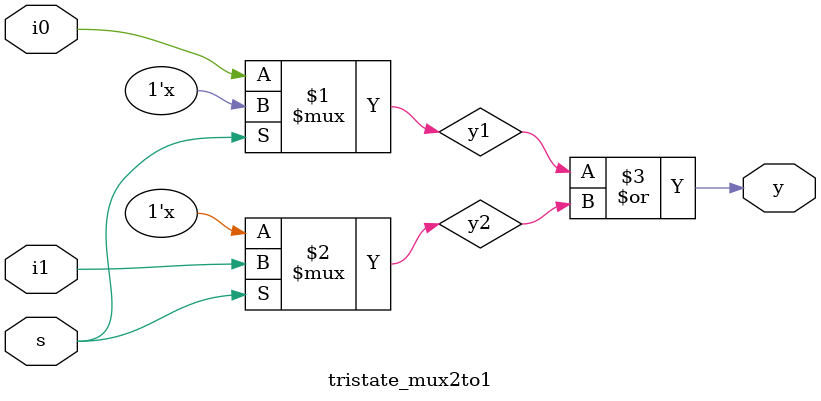
<source format=v>
`timescale 1ns / 1ps

module tristate_mux2to1(input  s,
                        input i0,i1,
                        output y);
                        wire y1,y2;
    bufif0 (y1,i0,s);
    bufif1 (y2,i1,s);
    or (y,y1,y2);
  endmodule



</source>
